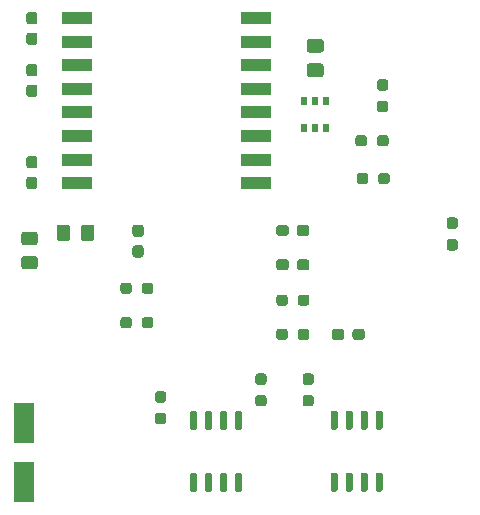
<source format=gbr>
G04 #@! TF.GenerationSoftware,KiCad,Pcbnew,(5.1.12)-1*
G04 #@! TF.CreationDate,2022-11-12T20:16:50+02:00*
G04 #@! TF.ProjectId,MagicLightsPCBNeo,4d616769-634c-4696-9768-74735043424e,rev?*
G04 #@! TF.SameCoordinates,Original*
G04 #@! TF.FileFunction,Paste,Top*
G04 #@! TF.FilePolarity,Positive*
%FSLAX46Y46*%
G04 Gerber Fmt 4.6, Leading zero omitted, Abs format (unit mm)*
G04 Created by KiCad (PCBNEW (5.1.12)-1) date 2022-11-12 20:16:50*
%MOMM*%
%LPD*%
G01*
G04 APERTURE LIST*
%ADD10R,2.500000X1.000000*%
%ADD11R,1.800000X3.500000*%
%ADD12R,0.510000X0.700000*%
G04 APERTURE END LIST*
G36*
G01*
X44900000Y-65662500D02*
X44900000Y-66137500D01*
G75*
G02*
X44662500Y-66375000I-237500J0D01*
G01*
X44162500Y-66375000D01*
G75*
G02*
X43925000Y-66137500I0J237500D01*
G01*
X43925000Y-65662500D01*
G75*
G02*
X44162500Y-65425000I237500J0D01*
G01*
X44662500Y-65425000D01*
G75*
G02*
X44900000Y-65662500I0J-237500D01*
G01*
G37*
G36*
G01*
X43075000Y-65662500D02*
X43075000Y-66137500D01*
G75*
G02*
X42837500Y-66375000I-237500J0D01*
G01*
X42337500Y-66375000D01*
G75*
G02*
X42100000Y-66137500I0J237500D01*
G01*
X42100000Y-65662500D01*
G75*
G02*
X42337500Y-65425000I237500J0D01*
G01*
X42837500Y-65425000D01*
G75*
G02*
X43075000Y-65662500I0J-237500D01*
G01*
G37*
G36*
G01*
X37850000Y-57849999D02*
X37850000Y-58750001D01*
G75*
G02*
X37600001Y-59000000I-249999J0D01*
G01*
X36949999Y-59000000D01*
G75*
G02*
X36700000Y-58750001I0J249999D01*
G01*
X36700000Y-57849999D01*
G75*
G02*
X36949999Y-57600000I249999J0D01*
G01*
X37600001Y-57600000D01*
G75*
G02*
X37850000Y-57849999I0J-249999D01*
G01*
G37*
G36*
G01*
X39900000Y-57849999D02*
X39900000Y-58750001D01*
G75*
G02*
X39650001Y-59000000I-249999J0D01*
G01*
X38999999Y-59000000D01*
G75*
G02*
X38750000Y-58750001I0J249999D01*
G01*
X38750000Y-57849999D01*
G75*
G02*
X38999999Y-57600000I249999J0D01*
G01*
X39650001Y-57600000D01*
G75*
G02*
X39900000Y-57849999I0J-249999D01*
G01*
G37*
G36*
G01*
X34837500Y-42400000D02*
X34362500Y-42400000D01*
G75*
G02*
X34125000Y-42162500I0J237500D01*
G01*
X34125000Y-41587500D01*
G75*
G02*
X34362500Y-41350000I237500J0D01*
G01*
X34837500Y-41350000D01*
G75*
G02*
X35075000Y-41587500I0J-237500D01*
G01*
X35075000Y-42162500D01*
G75*
G02*
X34837500Y-42400000I-237500J0D01*
G01*
G37*
G36*
G01*
X34837500Y-40650000D02*
X34362500Y-40650000D01*
G75*
G02*
X34125000Y-40412500I0J237500D01*
G01*
X34125000Y-39837500D01*
G75*
G02*
X34362500Y-39600000I237500J0D01*
G01*
X34837500Y-39600000D01*
G75*
G02*
X35075000Y-39837500I0J-237500D01*
G01*
X35075000Y-40412500D01*
G75*
G02*
X34837500Y-40650000I-237500J0D01*
G01*
G37*
G36*
G01*
X62800000Y-66662500D02*
X62800000Y-67137500D01*
G75*
G02*
X62562500Y-67375000I-237500J0D01*
G01*
X61987500Y-67375000D01*
G75*
G02*
X61750000Y-67137500I0J237500D01*
G01*
X61750000Y-66662500D01*
G75*
G02*
X61987500Y-66425000I237500J0D01*
G01*
X62562500Y-66425000D01*
G75*
G02*
X62800000Y-66662500I0J-237500D01*
G01*
G37*
G36*
G01*
X61050000Y-66662500D02*
X61050000Y-67137500D01*
G75*
G02*
X60812500Y-67375000I-237500J0D01*
G01*
X60237500Y-67375000D01*
G75*
G02*
X60000000Y-67137500I0J237500D01*
G01*
X60000000Y-66662500D01*
G75*
G02*
X60237500Y-66425000I237500J0D01*
G01*
X60812500Y-66425000D01*
G75*
G02*
X61050000Y-66662500I0J-237500D01*
G01*
G37*
G36*
G01*
X34850001Y-61400000D02*
X33949999Y-61400000D01*
G75*
G02*
X33700000Y-61150001I0J249999D01*
G01*
X33700000Y-60499999D01*
G75*
G02*
X33949999Y-60250000I249999J0D01*
G01*
X34850001Y-60250000D01*
G75*
G02*
X35100000Y-60499999I0J-249999D01*
G01*
X35100000Y-61150001D01*
G75*
G02*
X34850001Y-61400000I-249999J0D01*
G01*
G37*
G36*
G01*
X34850001Y-59350000D02*
X33949999Y-59350000D01*
G75*
G02*
X33700000Y-59100001I0J249999D01*
G01*
X33700000Y-58449999D01*
G75*
G02*
X33949999Y-58200000I249999J0D01*
G01*
X34850001Y-58200000D01*
G75*
G02*
X35100000Y-58449999I0J-249999D01*
G01*
X35100000Y-59100001D01*
G75*
G02*
X34850001Y-59350000I-249999J0D01*
G01*
G37*
D10*
X53600000Y-40100000D03*
X53600000Y-42100000D03*
X53600000Y-44100000D03*
X53600000Y-46100000D03*
X53600000Y-48100000D03*
X53600000Y-50100000D03*
X53600000Y-52100000D03*
X53600000Y-54100000D03*
X38400000Y-54100000D03*
X38400000Y-52100000D03*
X38400000Y-50100000D03*
X38400000Y-48100000D03*
X38400000Y-46100000D03*
X38400000Y-44100000D03*
X38400000Y-42100000D03*
X38400000Y-40100000D03*
G36*
G01*
X55300000Y-58337500D02*
X55300000Y-57862500D01*
G75*
G02*
X55537500Y-57625000I237500J0D01*
G01*
X56112500Y-57625000D01*
G75*
G02*
X56350000Y-57862500I0J-237500D01*
G01*
X56350000Y-58337500D01*
G75*
G02*
X56112500Y-58575000I-237500J0D01*
G01*
X55537500Y-58575000D01*
G75*
G02*
X55300000Y-58337500I0J237500D01*
G01*
G37*
G36*
G01*
X57050000Y-58337500D02*
X57050000Y-57862500D01*
G75*
G02*
X57287500Y-57625000I237500J0D01*
G01*
X57862500Y-57625000D01*
G75*
G02*
X58100000Y-57862500I0J-237500D01*
G01*
X58100000Y-58337500D01*
G75*
G02*
X57862500Y-58575000I-237500J0D01*
G01*
X57287500Y-58575000D01*
G75*
G02*
X57050000Y-58337500I0J237500D01*
G01*
G37*
G36*
G01*
X57050000Y-61237500D02*
X57050000Y-60762500D01*
G75*
G02*
X57287500Y-60525000I237500J0D01*
G01*
X57862500Y-60525000D01*
G75*
G02*
X58100000Y-60762500I0J-237500D01*
G01*
X58100000Y-61237500D01*
G75*
G02*
X57862500Y-61475000I-237500J0D01*
G01*
X57287500Y-61475000D01*
G75*
G02*
X57050000Y-61237500I0J237500D01*
G01*
G37*
G36*
G01*
X55300000Y-61237500D02*
X55300000Y-60762500D01*
G75*
G02*
X55537500Y-60525000I237500J0D01*
G01*
X56112500Y-60525000D01*
G75*
G02*
X56350000Y-60762500I0J-237500D01*
G01*
X56350000Y-61237500D01*
G75*
G02*
X56112500Y-61475000I-237500J0D01*
G01*
X55537500Y-61475000D01*
G75*
G02*
X55300000Y-61237500I0J237500D01*
G01*
G37*
G36*
G01*
X34362500Y-45750000D02*
X34837500Y-45750000D01*
G75*
G02*
X35075000Y-45987500I0J-237500D01*
G01*
X35075000Y-46562500D01*
G75*
G02*
X34837500Y-46800000I-237500J0D01*
G01*
X34362500Y-46800000D01*
G75*
G02*
X34125000Y-46562500I0J237500D01*
G01*
X34125000Y-45987500D01*
G75*
G02*
X34362500Y-45750000I237500J0D01*
G01*
G37*
G36*
G01*
X34362500Y-44000000D02*
X34837500Y-44000000D01*
G75*
G02*
X35075000Y-44237500I0J-237500D01*
G01*
X35075000Y-44812500D01*
G75*
G02*
X34837500Y-45050000I-237500J0D01*
G01*
X34362500Y-45050000D01*
G75*
G02*
X34125000Y-44812500I0J237500D01*
G01*
X34125000Y-44237500D01*
G75*
G02*
X34362500Y-44000000I237500J0D01*
G01*
G37*
G36*
G01*
X34837500Y-52850000D02*
X34362500Y-52850000D01*
G75*
G02*
X34125000Y-52612500I0J237500D01*
G01*
X34125000Y-52037500D01*
G75*
G02*
X34362500Y-51800000I237500J0D01*
G01*
X34837500Y-51800000D01*
G75*
G02*
X35075000Y-52037500I0J-237500D01*
G01*
X35075000Y-52612500D01*
G75*
G02*
X34837500Y-52850000I-237500J0D01*
G01*
G37*
G36*
G01*
X34837500Y-54600000D02*
X34362500Y-54600000D01*
G75*
G02*
X34125000Y-54362500I0J237500D01*
G01*
X34125000Y-53787500D01*
G75*
G02*
X34362500Y-53550000I237500J0D01*
G01*
X34837500Y-53550000D01*
G75*
G02*
X35075000Y-53787500I0J-237500D01*
G01*
X35075000Y-54362500D01*
G75*
G02*
X34837500Y-54600000I-237500J0D01*
G01*
G37*
D11*
X33900000Y-79400000D03*
X33900000Y-74400000D03*
G36*
G01*
X59075000Y-45125000D02*
X58125000Y-45125000D01*
G75*
G02*
X57875000Y-44875000I0J250000D01*
G01*
X57875000Y-44200000D01*
G75*
G02*
X58125000Y-43950000I250000J0D01*
G01*
X59075000Y-43950000D01*
G75*
G02*
X59325000Y-44200000I0J-250000D01*
G01*
X59325000Y-44875000D01*
G75*
G02*
X59075000Y-45125000I-250000J0D01*
G01*
G37*
G36*
G01*
X59075000Y-43050000D02*
X58125000Y-43050000D01*
G75*
G02*
X57875000Y-42800000I0J250000D01*
G01*
X57875000Y-42125000D01*
G75*
G02*
X58125000Y-41875000I250000J0D01*
G01*
X59075000Y-41875000D01*
G75*
G02*
X59325000Y-42125000I0J-250000D01*
G01*
X59325000Y-42800000D01*
G75*
G02*
X59075000Y-43050000I-250000J0D01*
G01*
G37*
G36*
G01*
X43362500Y-57600000D02*
X43837500Y-57600000D01*
G75*
G02*
X44075000Y-57837500I0J-237500D01*
G01*
X44075000Y-58412500D01*
G75*
G02*
X43837500Y-58650000I-237500J0D01*
G01*
X43362500Y-58650000D01*
G75*
G02*
X43125000Y-58412500I0J237500D01*
G01*
X43125000Y-57837500D01*
G75*
G02*
X43362500Y-57600000I237500J0D01*
G01*
G37*
G36*
G01*
X43362500Y-59350000D02*
X43837500Y-59350000D01*
G75*
G02*
X44075000Y-59587500I0J-237500D01*
G01*
X44075000Y-60162500D01*
G75*
G02*
X43837500Y-60400000I-237500J0D01*
G01*
X43362500Y-60400000D01*
G75*
G02*
X43125000Y-60162500I0J237500D01*
G01*
X43125000Y-59587500D01*
G75*
G02*
X43362500Y-59350000I237500J0D01*
G01*
G37*
G36*
G01*
X44900000Y-62762500D02*
X44900000Y-63237500D01*
G75*
G02*
X44662500Y-63475000I-237500J0D01*
G01*
X44162500Y-63475000D01*
G75*
G02*
X43925000Y-63237500I0J237500D01*
G01*
X43925000Y-62762500D01*
G75*
G02*
X44162500Y-62525000I237500J0D01*
G01*
X44662500Y-62525000D01*
G75*
G02*
X44900000Y-62762500I0J-237500D01*
G01*
G37*
G36*
G01*
X43075000Y-62762500D02*
X43075000Y-63237500D01*
G75*
G02*
X42837500Y-63475000I-237500J0D01*
G01*
X42337500Y-63475000D01*
G75*
G02*
X42100000Y-63237500I0J237500D01*
G01*
X42100000Y-62762500D01*
G75*
G02*
X42337500Y-62525000I237500J0D01*
G01*
X42837500Y-62525000D01*
G75*
G02*
X43075000Y-62762500I0J-237500D01*
G01*
G37*
G36*
G01*
X62100000Y-53937500D02*
X62100000Y-53462500D01*
G75*
G02*
X62337500Y-53225000I237500J0D01*
G01*
X62837500Y-53225000D01*
G75*
G02*
X63075000Y-53462500I0J-237500D01*
G01*
X63075000Y-53937500D01*
G75*
G02*
X62837500Y-54175000I-237500J0D01*
G01*
X62337500Y-54175000D01*
G75*
G02*
X62100000Y-53937500I0J237500D01*
G01*
G37*
G36*
G01*
X63925000Y-53937500D02*
X63925000Y-53462500D01*
G75*
G02*
X64162500Y-53225000I237500J0D01*
G01*
X64662500Y-53225000D01*
G75*
G02*
X64900000Y-53462500I0J-237500D01*
G01*
X64900000Y-53937500D01*
G75*
G02*
X64662500Y-54175000I-237500J0D01*
G01*
X64162500Y-54175000D01*
G75*
G02*
X63925000Y-53937500I0J237500D01*
G01*
G37*
G36*
G01*
X63825000Y-50737500D02*
X63825000Y-50262500D01*
G75*
G02*
X64062500Y-50025000I237500J0D01*
G01*
X64562500Y-50025000D01*
G75*
G02*
X64800000Y-50262500I0J-237500D01*
G01*
X64800000Y-50737500D01*
G75*
G02*
X64562500Y-50975000I-237500J0D01*
G01*
X64062500Y-50975000D01*
G75*
G02*
X63825000Y-50737500I0J237500D01*
G01*
G37*
G36*
G01*
X62000000Y-50737500D02*
X62000000Y-50262500D01*
G75*
G02*
X62237500Y-50025000I237500J0D01*
G01*
X62737500Y-50025000D01*
G75*
G02*
X62975000Y-50262500I0J-237500D01*
G01*
X62975000Y-50737500D01*
G75*
G02*
X62737500Y-50975000I-237500J0D01*
G01*
X62237500Y-50975000D01*
G75*
G02*
X62000000Y-50737500I0J237500D01*
G01*
G37*
G36*
G01*
X70437500Y-59800000D02*
X69962500Y-59800000D01*
G75*
G02*
X69725000Y-59562500I0J237500D01*
G01*
X69725000Y-59062500D01*
G75*
G02*
X69962500Y-58825000I237500J0D01*
G01*
X70437500Y-58825000D01*
G75*
G02*
X70675000Y-59062500I0J-237500D01*
G01*
X70675000Y-59562500D01*
G75*
G02*
X70437500Y-59800000I-237500J0D01*
G01*
G37*
G36*
G01*
X70437500Y-57975000D02*
X69962500Y-57975000D01*
G75*
G02*
X69725000Y-57737500I0J237500D01*
G01*
X69725000Y-57237500D01*
G75*
G02*
X69962500Y-57000000I237500J0D01*
G01*
X70437500Y-57000000D01*
G75*
G02*
X70675000Y-57237500I0J-237500D01*
G01*
X70675000Y-57737500D01*
G75*
G02*
X70437500Y-57975000I-237500J0D01*
G01*
G37*
G36*
G01*
X64062500Y-47125000D02*
X64537500Y-47125000D01*
G75*
G02*
X64775000Y-47362500I0J-237500D01*
G01*
X64775000Y-47862500D01*
G75*
G02*
X64537500Y-48100000I-237500J0D01*
G01*
X64062500Y-48100000D01*
G75*
G02*
X63825000Y-47862500I0J237500D01*
G01*
X63825000Y-47362500D01*
G75*
G02*
X64062500Y-47125000I237500J0D01*
G01*
G37*
G36*
G01*
X64062500Y-45300000D02*
X64537500Y-45300000D01*
G75*
G02*
X64775000Y-45537500I0J-237500D01*
G01*
X64775000Y-46037500D01*
G75*
G02*
X64537500Y-46275000I-237500J0D01*
G01*
X64062500Y-46275000D01*
G75*
G02*
X63825000Y-46037500I0J237500D01*
G01*
X63825000Y-45537500D01*
G75*
G02*
X64062500Y-45300000I237500J0D01*
G01*
G37*
D12*
X57650000Y-49460000D03*
X58600000Y-49460000D03*
X59550000Y-49460000D03*
X59550000Y-47140000D03*
X58600000Y-47140000D03*
X57650000Y-47140000D03*
G36*
G01*
X57125000Y-64237500D02*
X57125000Y-63762500D01*
G75*
G02*
X57362500Y-63525000I237500J0D01*
G01*
X57862500Y-63525000D01*
G75*
G02*
X58100000Y-63762500I0J-237500D01*
G01*
X58100000Y-64237500D01*
G75*
G02*
X57862500Y-64475000I-237500J0D01*
G01*
X57362500Y-64475000D01*
G75*
G02*
X57125000Y-64237500I0J237500D01*
G01*
G37*
G36*
G01*
X55300000Y-64237500D02*
X55300000Y-63762500D01*
G75*
G02*
X55537500Y-63525000I237500J0D01*
G01*
X56037500Y-63525000D01*
G75*
G02*
X56275000Y-63762500I0J-237500D01*
G01*
X56275000Y-64237500D01*
G75*
G02*
X56037500Y-64475000I-237500J0D01*
G01*
X55537500Y-64475000D01*
G75*
G02*
X55300000Y-64237500I0J237500D01*
G01*
G37*
G36*
G01*
X55300000Y-67137500D02*
X55300000Y-66662500D01*
G75*
G02*
X55537500Y-66425000I237500J0D01*
G01*
X56037500Y-66425000D01*
G75*
G02*
X56275000Y-66662500I0J-237500D01*
G01*
X56275000Y-67137500D01*
G75*
G02*
X56037500Y-67375000I-237500J0D01*
G01*
X55537500Y-67375000D01*
G75*
G02*
X55300000Y-67137500I0J237500D01*
G01*
G37*
G36*
G01*
X57125000Y-67137500D02*
X57125000Y-66662500D01*
G75*
G02*
X57362500Y-66425000I237500J0D01*
G01*
X57862500Y-66425000D01*
G75*
G02*
X58100000Y-66662500I0J-237500D01*
G01*
X58100000Y-67137500D01*
G75*
G02*
X57862500Y-67375000I-237500J0D01*
G01*
X57362500Y-67375000D01*
G75*
G02*
X57125000Y-67137500I0J237500D01*
G01*
G37*
G36*
G01*
X48445000Y-75000000D02*
X48145000Y-75000000D01*
G75*
G02*
X47995000Y-74850000I0J150000D01*
G01*
X47995000Y-73500000D01*
G75*
G02*
X48145000Y-73350000I150000J0D01*
G01*
X48445000Y-73350000D01*
G75*
G02*
X48595000Y-73500000I0J-150000D01*
G01*
X48595000Y-74850000D01*
G75*
G02*
X48445000Y-75000000I-150000J0D01*
G01*
G37*
G36*
G01*
X49715000Y-75000000D02*
X49415000Y-75000000D01*
G75*
G02*
X49265000Y-74850000I0J150000D01*
G01*
X49265000Y-73500000D01*
G75*
G02*
X49415000Y-73350000I150000J0D01*
G01*
X49715000Y-73350000D01*
G75*
G02*
X49865000Y-73500000I0J-150000D01*
G01*
X49865000Y-74850000D01*
G75*
G02*
X49715000Y-75000000I-150000J0D01*
G01*
G37*
G36*
G01*
X50985000Y-75000000D02*
X50685000Y-75000000D01*
G75*
G02*
X50535000Y-74850000I0J150000D01*
G01*
X50535000Y-73500000D01*
G75*
G02*
X50685000Y-73350000I150000J0D01*
G01*
X50985000Y-73350000D01*
G75*
G02*
X51135000Y-73500000I0J-150000D01*
G01*
X51135000Y-74850000D01*
G75*
G02*
X50985000Y-75000000I-150000J0D01*
G01*
G37*
G36*
G01*
X52255000Y-75000000D02*
X51955000Y-75000000D01*
G75*
G02*
X51805000Y-74850000I0J150000D01*
G01*
X51805000Y-73500000D01*
G75*
G02*
X51955000Y-73350000I150000J0D01*
G01*
X52255000Y-73350000D01*
G75*
G02*
X52405000Y-73500000I0J-150000D01*
G01*
X52405000Y-74850000D01*
G75*
G02*
X52255000Y-75000000I-150000J0D01*
G01*
G37*
G36*
G01*
X52255000Y-80250000D02*
X51955000Y-80250000D01*
G75*
G02*
X51805000Y-80100000I0J150000D01*
G01*
X51805000Y-78750000D01*
G75*
G02*
X51955000Y-78600000I150000J0D01*
G01*
X52255000Y-78600000D01*
G75*
G02*
X52405000Y-78750000I0J-150000D01*
G01*
X52405000Y-80100000D01*
G75*
G02*
X52255000Y-80250000I-150000J0D01*
G01*
G37*
G36*
G01*
X50985000Y-80250000D02*
X50685000Y-80250000D01*
G75*
G02*
X50535000Y-80100000I0J150000D01*
G01*
X50535000Y-78750000D01*
G75*
G02*
X50685000Y-78600000I150000J0D01*
G01*
X50985000Y-78600000D01*
G75*
G02*
X51135000Y-78750000I0J-150000D01*
G01*
X51135000Y-80100000D01*
G75*
G02*
X50985000Y-80250000I-150000J0D01*
G01*
G37*
G36*
G01*
X49715000Y-80250000D02*
X49415000Y-80250000D01*
G75*
G02*
X49265000Y-80100000I0J150000D01*
G01*
X49265000Y-78750000D01*
G75*
G02*
X49415000Y-78600000I150000J0D01*
G01*
X49715000Y-78600000D01*
G75*
G02*
X49865000Y-78750000I0J-150000D01*
G01*
X49865000Y-80100000D01*
G75*
G02*
X49715000Y-80250000I-150000J0D01*
G01*
G37*
G36*
G01*
X48445000Y-80250000D02*
X48145000Y-80250000D01*
G75*
G02*
X47995000Y-80100000I0J150000D01*
G01*
X47995000Y-78750000D01*
G75*
G02*
X48145000Y-78600000I150000J0D01*
G01*
X48445000Y-78600000D01*
G75*
G02*
X48595000Y-78750000I0J-150000D01*
G01*
X48595000Y-80100000D01*
G75*
G02*
X48445000Y-80250000I-150000J0D01*
G01*
G37*
G36*
G01*
X60345000Y-80250000D02*
X60045000Y-80250000D01*
G75*
G02*
X59895000Y-80100000I0J150000D01*
G01*
X59895000Y-78750000D01*
G75*
G02*
X60045000Y-78600000I150000J0D01*
G01*
X60345000Y-78600000D01*
G75*
G02*
X60495000Y-78750000I0J-150000D01*
G01*
X60495000Y-80100000D01*
G75*
G02*
X60345000Y-80250000I-150000J0D01*
G01*
G37*
G36*
G01*
X61615000Y-80250000D02*
X61315000Y-80250000D01*
G75*
G02*
X61165000Y-80100000I0J150000D01*
G01*
X61165000Y-78750000D01*
G75*
G02*
X61315000Y-78600000I150000J0D01*
G01*
X61615000Y-78600000D01*
G75*
G02*
X61765000Y-78750000I0J-150000D01*
G01*
X61765000Y-80100000D01*
G75*
G02*
X61615000Y-80250000I-150000J0D01*
G01*
G37*
G36*
G01*
X62885000Y-80250000D02*
X62585000Y-80250000D01*
G75*
G02*
X62435000Y-80100000I0J150000D01*
G01*
X62435000Y-78750000D01*
G75*
G02*
X62585000Y-78600000I150000J0D01*
G01*
X62885000Y-78600000D01*
G75*
G02*
X63035000Y-78750000I0J-150000D01*
G01*
X63035000Y-80100000D01*
G75*
G02*
X62885000Y-80250000I-150000J0D01*
G01*
G37*
G36*
G01*
X64155000Y-80250000D02*
X63855000Y-80250000D01*
G75*
G02*
X63705000Y-80100000I0J150000D01*
G01*
X63705000Y-78750000D01*
G75*
G02*
X63855000Y-78600000I150000J0D01*
G01*
X64155000Y-78600000D01*
G75*
G02*
X64305000Y-78750000I0J-150000D01*
G01*
X64305000Y-80100000D01*
G75*
G02*
X64155000Y-80250000I-150000J0D01*
G01*
G37*
G36*
G01*
X64155000Y-75000000D02*
X63855000Y-75000000D01*
G75*
G02*
X63705000Y-74850000I0J150000D01*
G01*
X63705000Y-73500000D01*
G75*
G02*
X63855000Y-73350000I150000J0D01*
G01*
X64155000Y-73350000D01*
G75*
G02*
X64305000Y-73500000I0J-150000D01*
G01*
X64305000Y-74850000D01*
G75*
G02*
X64155000Y-75000000I-150000J0D01*
G01*
G37*
G36*
G01*
X62885000Y-75000000D02*
X62585000Y-75000000D01*
G75*
G02*
X62435000Y-74850000I0J150000D01*
G01*
X62435000Y-73500000D01*
G75*
G02*
X62585000Y-73350000I150000J0D01*
G01*
X62885000Y-73350000D01*
G75*
G02*
X63035000Y-73500000I0J-150000D01*
G01*
X63035000Y-74850000D01*
G75*
G02*
X62885000Y-75000000I-150000J0D01*
G01*
G37*
G36*
G01*
X61615000Y-75000000D02*
X61315000Y-75000000D01*
G75*
G02*
X61165000Y-74850000I0J150000D01*
G01*
X61165000Y-73500000D01*
G75*
G02*
X61315000Y-73350000I150000J0D01*
G01*
X61615000Y-73350000D01*
G75*
G02*
X61765000Y-73500000I0J-150000D01*
G01*
X61765000Y-74850000D01*
G75*
G02*
X61615000Y-75000000I-150000J0D01*
G01*
G37*
G36*
G01*
X60345000Y-75000000D02*
X60045000Y-75000000D01*
G75*
G02*
X59895000Y-74850000I0J150000D01*
G01*
X59895000Y-73500000D01*
G75*
G02*
X60045000Y-73350000I150000J0D01*
G01*
X60345000Y-73350000D01*
G75*
G02*
X60495000Y-73500000I0J-150000D01*
G01*
X60495000Y-74850000D01*
G75*
G02*
X60345000Y-75000000I-150000J0D01*
G01*
G37*
G36*
G01*
X57762500Y-70200000D02*
X58237500Y-70200000D01*
G75*
G02*
X58475000Y-70437500I0J-237500D01*
G01*
X58475000Y-70937500D01*
G75*
G02*
X58237500Y-71175000I-237500J0D01*
G01*
X57762500Y-71175000D01*
G75*
G02*
X57525000Y-70937500I0J237500D01*
G01*
X57525000Y-70437500D01*
G75*
G02*
X57762500Y-70200000I237500J0D01*
G01*
G37*
G36*
G01*
X57762500Y-72025000D02*
X58237500Y-72025000D01*
G75*
G02*
X58475000Y-72262500I0J-237500D01*
G01*
X58475000Y-72762500D01*
G75*
G02*
X58237500Y-73000000I-237500J0D01*
G01*
X57762500Y-73000000D01*
G75*
G02*
X57525000Y-72762500I0J237500D01*
G01*
X57525000Y-72262500D01*
G75*
G02*
X57762500Y-72025000I237500J0D01*
G01*
G37*
G36*
G01*
X45262500Y-73525000D02*
X45737500Y-73525000D01*
G75*
G02*
X45975000Y-73762500I0J-237500D01*
G01*
X45975000Y-74262500D01*
G75*
G02*
X45737500Y-74500000I-237500J0D01*
G01*
X45262500Y-74500000D01*
G75*
G02*
X45025000Y-74262500I0J237500D01*
G01*
X45025000Y-73762500D01*
G75*
G02*
X45262500Y-73525000I237500J0D01*
G01*
G37*
G36*
G01*
X45262500Y-71700000D02*
X45737500Y-71700000D01*
G75*
G02*
X45975000Y-71937500I0J-237500D01*
G01*
X45975000Y-72437500D01*
G75*
G02*
X45737500Y-72675000I-237500J0D01*
G01*
X45262500Y-72675000D01*
G75*
G02*
X45025000Y-72437500I0J237500D01*
G01*
X45025000Y-71937500D01*
G75*
G02*
X45262500Y-71700000I237500J0D01*
G01*
G37*
G36*
G01*
X53762500Y-70200000D02*
X54237500Y-70200000D01*
G75*
G02*
X54475000Y-70437500I0J-237500D01*
G01*
X54475000Y-70937500D01*
G75*
G02*
X54237500Y-71175000I-237500J0D01*
G01*
X53762500Y-71175000D01*
G75*
G02*
X53525000Y-70937500I0J237500D01*
G01*
X53525000Y-70437500D01*
G75*
G02*
X53762500Y-70200000I237500J0D01*
G01*
G37*
G36*
G01*
X53762500Y-72025000D02*
X54237500Y-72025000D01*
G75*
G02*
X54475000Y-72262500I0J-237500D01*
G01*
X54475000Y-72762500D01*
G75*
G02*
X54237500Y-73000000I-237500J0D01*
G01*
X53762500Y-73000000D01*
G75*
G02*
X53525000Y-72762500I0J237500D01*
G01*
X53525000Y-72262500D01*
G75*
G02*
X53762500Y-72025000I237500J0D01*
G01*
G37*
M02*

</source>
